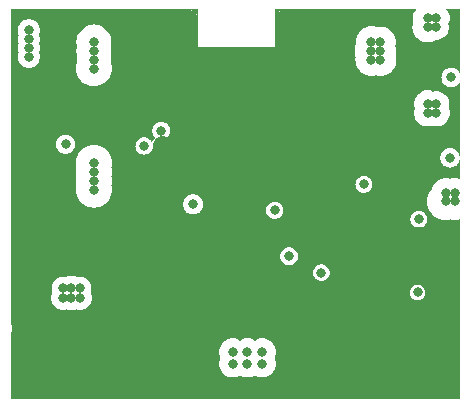
<source format=gbr>
G04 start of page 4 for group 2 idx 2 *
G04 Title: bluenodes actor 52832 19, GND *
G04 Creator: pcb.exe 20130205 *
G04 CreationDate: 10.05.2017 20:52:51 UTC *
G04 Format: Gerber/RS-274X *
G04 PCB-Dimensions (mil): 1496.06 1299.21 *
G04 PCB-Coordinate-Origin: lower left *
%MOIN*%
%FSLAX25Y25*%
%LNGROUP2*%
%ADD236C,0.0118*%
%ADD235C,0.0315*%
%ADD234C,0.0315*%
%ADD233C,0.1417*%
%ADD232C,0.0630*%
%ADD231C,0.0630*%
%ADD230C,0.0001*%
G54D230*G36*
X140203Y61851D02*X140472Y61535D01*
X141217Y60900D01*
X142051Y60389D01*
X142955Y60014D01*
X143906Y59786D01*
X144882Y59709D01*
X145857Y59786D01*
X146569Y59957D01*
X146875Y59883D01*
X147835Y59808D01*
X148795Y59883D01*
X149606Y60078D01*
Y0D01*
X140203D01*
Y61851D01*
G37*
G36*
X146255Y104041D02*X146654Y104009D01*
X147166Y104050D01*
X147665Y104170D01*
X148140Y104366D01*
X148578Y104635D01*
X148969Y104968D01*
X149302Y105359D01*
X149571Y105797D01*
X149606Y105883D01*
Y73401D01*
X149335Y73514D01*
X148594Y73692D01*
X147835Y73751D01*
X147075Y73692D01*
X146358Y73519D01*
X146255Y73544D01*
Y77238D01*
X146260Y77238D01*
X146772Y77278D01*
X147272Y77398D01*
X147746Y77595D01*
X148184Y77863D01*
X148575Y78197D01*
X148909Y78587D01*
X149177Y79025D01*
X149374Y79500D01*
X149494Y80000D01*
X149524Y80512D01*
X149494Y81024D01*
X149374Y81524D01*
X149177Y81998D01*
X148909Y82436D01*
X148575Y82827D01*
X148184Y83161D01*
X147746Y83429D01*
X147272Y83626D01*
X146772Y83746D01*
X146260Y83786D01*
X146255Y83785D01*
Y104041D01*
G37*
G36*
Y129921D02*X149606D01*
Y108684D01*
X149571Y108770D01*
X149302Y109208D01*
X148969Y109599D01*
X148578Y109932D01*
X148140Y110201D01*
X147665Y110397D01*
X147166Y110517D01*
X146654Y110558D01*
X146255Y110526D01*
Y129921D01*
G37*
G36*
X140203Y119179D02*X140340Y119212D01*
X141073Y119515D01*
X141637Y119861D01*
X141732Y119853D01*
X142383Y119904D01*
X143019Y120057D01*
X143622Y120307D01*
X144179Y120648D01*
X144676Y121072D01*
X145100Y121569D01*
X145441Y122126D01*
X145691Y122729D01*
X145844Y123365D01*
X145882Y124016D01*
X145844Y124667D01*
X145751Y125054D01*
X145973Y125591D01*
X146136Y126271D01*
X146177Y126969D01*
X146136Y127666D01*
X145973Y128346D01*
X145705Y128993D01*
X145340Y129589D01*
X145056Y129921D01*
X146255D01*
Y110526D01*
X146141Y110517D01*
X145642Y110397D01*
X145167Y110201D01*
X144729Y109932D01*
X144338Y109599D01*
X144005Y109208D01*
X143736Y108770D01*
X143540Y108295D01*
X143420Y107796D01*
X143380Y107283D01*
X143420Y106771D01*
X143540Y106272D01*
X143736Y105797D01*
X144005Y105359D01*
X144338Y104968D01*
X144729Y104635D01*
X145167Y104366D01*
X145642Y104170D01*
X146141Y104050D01*
X146255Y104041D01*
Y83785D01*
X145748Y83746D01*
X145248Y83626D01*
X144773Y83429D01*
X144335Y83161D01*
X143945Y82827D01*
X143611Y82436D01*
X143343Y81998D01*
X143146Y81524D01*
X143026Y81024D01*
X142986Y80512D01*
X143026Y80000D01*
X143146Y79500D01*
X143343Y79025D01*
X143611Y78587D01*
X143945Y78197D01*
X144335Y77863D01*
X144773Y77595D01*
X145248Y77398D01*
X145748Y77278D01*
X146255Y77238D01*
Y73544D01*
X145641Y73692D01*
X144882Y73751D01*
X144123Y73692D01*
X143382Y73514D01*
X142678Y73222D01*
X142029Y72824D01*
X141450Y72330D01*
X140955Y71751D01*
X140557Y71101D01*
X140266Y70398D01*
X140203Y70135D01*
Y91144D01*
X140383Y91219D01*
X141034Y91062D01*
X141732Y91007D01*
X142431Y91062D01*
X143112Y91226D01*
X143759Y91494D01*
X144357Y91860D01*
X144890Y92315D01*
X145345Y92848D01*
X145711Y93445D01*
X145979Y94093D01*
X146142Y94774D01*
X146184Y95472D01*
X146142Y96171D01*
X145979Y96852D01*
X145821Y97233D01*
X145947Y97758D01*
X145987Y98425D01*
X145947Y99093D01*
X145791Y99744D01*
X145535Y100363D01*
X145185Y100934D01*
X144750Y101443D01*
X144241Y101878D01*
X143670Y102228D01*
X143051Y102484D01*
X142400Y102640D01*
X141732Y102693D01*
X141065Y102640D01*
X140692Y102551D01*
X140203Y102753D01*
Y119179D01*
G37*
G36*
X135823Y92023D02*X136101Y91785D01*
X136710Y91412D01*
X137371Y91138D01*
X138067Y90971D01*
X138780Y90915D01*
X139492Y90971D01*
X140188Y91138D01*
X140203Y91144D01*
Y70135D01*
X140171Y70001D01*
X139837Y69610D01*
X139326Y68776D01*
X138951Y67872D01*
X138723Y66920D01*
X138646Y65945D01*
X138723Y64969D01*
X138951Y64018D01*
X139326Y63114D01*
X139837Y62280D01*
X140203Y61851D01*
Y0D01*
X135823D01*
Y20831D01*
X135827Y20831D01*
X136325Y20870D01*
X136811Y20987D01*
X137273Y21178D01*
X137699Y21439D01*
X138079Y21764D01*
X138403Y22144D01*
X138664Y22570D01*
X138856Y23032D01*
X138972Y23518D01*
X139002Y24016D01*
X138972Y24514D01*
X138856Y25000D01*
X138693Y25394D01*
X138856Y25788D01*
X138972Y26273D01*
X139002Y26772D01*
X138972Y27270D01*
X138856Y27756D01*
X138664Y28218D01*
X138403Y28644D01*
X138079Y29024D01*
X137699Y29348D01*
X137273Y29609D01*
X136811Y29801D01*
X136325Y29917D01*
X135827Y29956D01*
X135823Y29956D01*
Y33078D01*
X135837Y33079D01*
X136231Y33173D01*
X136606Y33329D01*
X136951Y33540D01*
X137259Y33804D01*
X137523Y34112D01*
X137734Y34457D01*
X137890Y34832D01*
X137984Y35226D01*
X138008Y35630D01*
X137984Y36034D01*
X137890Y36428D01*
X137734Y36803D01*
X137523Y37148D01*
X137259Y37456D01*
X136951Y37720D01*
X136606Y37931D01*
X136231Y38086D01*
X135837Y38181D01*
X135823Y38182D01*
Y57259D01*
X135827Y57259D01*
X136262Y57293D01*
X136686Y57395D01*
X137089Y57562D01*
X137461Y57790D01*
X137793Y58073D01*
X138076Y58405D01*
X138304Y58777D01*
X138471Y59180D01*
X138573Y59604D01*
X138599Y60039D01*
X138573Y60474D01*
X138471Y60899D01*
X138304Y61302D01*
X138076Y61674D01*
X137793Y62005D01*
X137461Y62289D01*
X137089Y62517D01*
X136686Y62684D01*
X136262Y62786D01*
X135827Y62820D01*
X135823Y62819D01*
Y92023D01*
G37*
G36*
Y119922D02*X136486Y119515D01*
X137219Y119212D01*
X137989Y119027D01*
X138780Y118965D01*
X139570Y119027D01*
X140203Y119179D01*
Y102753D01*
X140188Y102760D01*
X139492Y102927D01*
X138780Y102983D01*
X138067Y102927D01*
X137371Y102760D01*
X136710Y102486D01*
X136101Y102112D01*
X135823Y101875D01*
Y119922D01*
G37*
G36*
X117515Y129921D02*X134809D01*
X134773Y129879D01*
X134367Y129217D01*
X134069Y128499D01*
X133888Y127743D01*
X133827Y126969D01*
X133888Y126194D01*
X134014Y125669D01*
X133976Y125577D01*
X133791Y124806D01*
X133728Y124016D01*
X133791Y123226D01*
X133976Y122455D01*
X134279Y121723D01*
X134693Y121047D01*
X135208Y120444D01*
X135811Y119929D01*
X135823Y119922D01*
Y101875D01*
X135557Y101648D01*
X135092Y101104D01*
X134719Y100494D01*
X134445Y99834D01*
X134278Y99138D01*
X134222Y98425D01*
X134278Y97712D01*
X134445Y97017D01*
X134473Y96949D01*
X134445Y96881D01*
X134278Y96185D01*
X134222Y95472D01*
X134278Y94759D01*
X134445Y94064D01*
X134719Y93403D01*
X135092Y92794D01*
X135557Y92250D01*
X135823Y92023D01*
Y62819D01*
X135392Y62786D01*
X134968Y62684D01*
X134564Y62517D01*
X134192Y62289D01*
X133861Y62005D01*
X133577Y61674D01*
X133349Y61302D01*
X133182Y60899D01*
X133081Y60474D01*
X133046Y60039D01*
X133081Y59604D01*
X133182Y59180D01*
X133349Y58777D01*
X133577Y58405D01*
X133861Y58073D01*
X134192Y57790D01*
X134564Y57562D01*
X134968Y57395D01*
X135392Y57293D01*
X135823Y57259D01*
Y38182D01*
X135433Y38213D01*
X135029Y38181D01*
X134635Y38086D01*
X134260Y37931D01*
X133915Y37720D01*
X133607Y37456D01*
X133343Y37148D01*
X133132Y36803D01*
X132977Y36428D01*
X132882Y36034D01*
X132850Y35630D01*
X132882Y35226D01*
X132977Y34832D01*
X133132Y34457D01*
X133343Y34112D01*
X133607Y33804D01*
X133915Y33540D01*
X134260Y33329D01*
X134635Y33173D01*
X135029Y33079D01*
X135433Y33047D01*
X135823Y33078D01*
Y29956D01*
X135329Y29917D01*
X134843Y29801D01*
X134576Y29690D01*
X134562Y29699D01*
X134086Y29896D01*
X133585Y30016D01*
X133071Y30057D01*
X132557Y30016D01*
X132056Y29896D01*
X131693Y29746D01*
X131330Y29896D01*
X130829Y30016D01*
X130315Y30057D01*
X129801Y30016D01*
X129300Y29896D01*
X128824Y29699D01*
X128384Y29429D01*
X127992Y29095D01*
X127657Y28703D01*
X127388Y28263D01*
X127191Y27787D01*
X127070Y27286D01*
X127030Y26772D01*
X127070Y26258D01*
X127191Y25757D01*
X127388Y25280D01*
X127396Y25266D01*
X127286Y25000D01*
X127169Y24514D01*
X127130Y24016D01*
X127169Y23518D01*
X127286Y23032D01*
X127477Y22570D01*
X127738Y22144D01*
X128063Y21764D01*
X128443Y21439D01*
X128869Y21178D01*
X129331Y20987D01*
X129817Y20870D01*
X130315Y20831D01*
X130813Y20870D01*
X131299Y20987D01*
X131693Y21150D01*
X132087Y20987D01*
X132573Y20870D01*
X133071Y20831D01*
X133569Y20870D01*
X134055Y20987D01*
X134449Y21150D01*
X134843Y20987D01*
X135329Y20870D01*
X135823Y20831D01*
Y0D01*
X117515D01*
Y68873D01*
X117520Y68873D01*
X117955Y68907D01*
X118379Y69009D01*
X118782Y69176D01*
X119154Y69404D01*
X119486Y69688D01*
X119769Y70019D01*
X119997Y70391D01*
X120164Y70794D01*
X120266Y71219D01*
X120292Y71654D01*
X120266Y72088D01*
X120164Y72513D01*
X119997Y72916D01*
X119769Y73288D01*
X119486Y73620D01*
X119154Y73903D01*
X118782Y74131D01*
X118379Y74298D01*
X117955Y74400D01*
X117520Y74434D01*
X117515Y74434D01*
Y108508D01*
X117651Y108424D01*
X118426Y108103D01*
X119242Y107907D01*
X120079Y107842D01*
X120915Y107907D01*
X121555Y108061D01*
X122195Y107907D01*
X123031Y107842D01*
X123868Y107907D01*
X124684Y108103D01*
X125459Y108424D01*
X126175Y108863D01*
X126813Y109408D01*
X127358Y110046D01*
X127796Y110761D01*
X128117Y111537D01*
X128313Y112352D01*
X128362Y113189D01*
X128313Y114025D01*
X128117Y114841D01*
X128107Y114867D01*
X128215Y115321D01*
X128264Y116142D01*
X128215Y116963D01*
X128023Y117764D01*
X128003Y117812D01*
X128118Y118289D01*
X128166Y119094D01*
X128118Y119900D01*
X127929Y120686D01*
X127620Y121432D01*
X127198Y122122D01*
X126673Y122736D01*
X126059Y123261D01*
X125369Y123683D01*
X124623Y123992D01*
X123837Y124181D01*
X123031Y124244D01*
X122226Y124181D01*
X121749Y124066D01*
X121701Y124086D01*
X120900Y124278D01*
X120079Y124343D01*
X119258Y124278D01*
X118457Y124086D01*
X117696Y123771D01*
X117515Y123660D01*
Y129921D01*
G37*
G36*
X103382D02*X117515D01*
Y123660D01*
X116994Y123341D01*
X116367Y122806D01*
X115833Y122180D01*
X115402Y121477D01*
X115087Y120716D01*
X114895Y119916D01*
X114830Y119094D01*
X114891Y118320D01*
X114711Y117886D01*
X114505Y117025D01*
X114435Y116142D01*
X114505Y115259D01*
X114711Y114398D01*
X114822Y114130D01*
X114797Y114025D01*
X114731Y113189D01*
X114797Y112352D01*
X114993Y111537D01*
X115314Y110761D01*
X115753Y110046D01*
X116298Y109408D01*
X116936Y108863D01*
X117515Y108508D01*
Y74434D01*
X117085Y74400D01*
X116660Y74298D01*
X116257Y74131D01*
X115885Y73903D01*
X115554Y73620D01*
X115270Y73288D01*
X115042Y72916D01*
X114875Y72513D01*
X114774Y72088D01*
X114739Y71654D01*
X114774Y71219D01*
X114875Y70794D01*
X115042Y70391D01*
X115270Y70019D01*
X115554Y69688D01*
X115885Y69404D01*
X116257Y69176D01*
X116660Y69009D01*
X117085Y68907D01*
X117515Y68873D01*
Y0D01*
X103382D01*
Y39461D01*
X103386Y39461D01*
X103821Y39495D01*
X104246Y39597D01*
X104650Y39764D01*
X105022Y39992D01*
X105354Y40276D01*
X105638Y40608D01*
X105866Y40980D01*
X106033Y41384D01*
X106135Y41809D01*
X106161Y42244D01*
X106135Y42680D01*
X106033Y43104D01*
X105866Y43508D01*
X105638Y43880D01*
X105354Y44212D01*
X105022Y44496D01*
X104650Y44724D01*
X104246Y44891D01*
X103821Y44993D01*
X103386Y45028D01*
X103382Y45027D01*
Y55392D01*
X103766Y55422D01*
X104175Y55520D01*
X104564Y55681D01*
X104923Y55901D01*
X105243Y56175D01*
X105315Y56259D01*
X105387Y56175D01*
X105707Y55901D01*
X106066Y55681D01*
X106455Y55520D01*
X106864Y55422D01*
X107283Y55389D01*
X107703Y55422D01*
X108112Y55520D01*
X108501Y55681D01*
X108860Y55901D01*
X109180Y56175D01*
X109453Y56495D01*
X109673Y56853D01*
X109834Y57242D01*
X109932Y57651D01*
X109957Y58071D01*
X109932Y58490D01*
X109834Y58900D01*
X109673Y59288D01*
X109453Y59647D01*
X109180Y59967D01*
X109095Y60039D01*
X109180Y60112D01*
X109453Y60432D01*
X109673Y60790D01*
X109834Y61179D01*
X109932Y61588D01*
X109957Y62008D01*
X109932Y62427D01*
X109834Y62837D01*
X109673Y63225D01*
X109453Y63584D01*
X109180Y63904D01*
X109095Y63976D01*
X109180Y64049D01*
X109453Y64369D01*
X109673Y64727D01*
X109834Y65116D01*
X109932Y65525D01*
X109957Y65945D01*
X109932Y66364D01*
X109834Y66774D01*
X109673Y67162D01*
X109453Y67521D01*
X109180Y67841D01*
X108860Y68114D01*
X108501Y68334D01*
X108112Y68495D01*
X107703Y68594D01*
X107283Y68627D01*
X106864Y68594D01*
X106455Y68495D01*
X106066Y68334D01*
X105707Y68114D01*
X105387Y67841D01*
X105315Y67756D01*
X105243Y67841D01*
X104923Y68114D01*
X104564Y68334D01*
X104175Y68495D01*
X103766Y68594D01*
X103382Y68624D01*
Y124672D01*
X103526Y124761D01*
X103834Y125024D01*
X104098Y125332D01*
X104309Y125678D01*
X104464Y126052D01*
X104559Y126446D01*
X104583Y126850D01*
X104559Y127254D01*
X104464Y127649D01*
X104309Y128023D01*
X104098Y128369D01*
X103834Y128677D01*
X103526Y128940D01*
X103382Y129029D01*
Y129921D01*
G37*
G36*
X96374D02*X103382D01*
Y129029D01*
X103181Y129152D01*
X102806Y129307D01*
X102412Y129402D01*
X102008Y129433D01*
X101604Y129402D01*
X101210Y129307D01*
X100835Y129152D01*
X100490Y128940D01*
X100181Y128677D01*
X99918Y128369D01*
X99706Y128023D01*
X99551Y127649D01*
X99457Y127254D01*
X99425Y126850D01*
X99457Y126446D01*
X99551Y126052D01*
X99706Y125678D01*
X99918Y125332D01*
X100181Y125024D01*
X100490Y124761D01*
X100835Y124549D01*
X101210Y124394D01*
X101604Y124299D01*
X102008Y124267D01*
X102412Y124299D01*
X102806Y124394D01*
X103181Y124549D01*
X103382Y124672D01*
Y68624D01*
X103346Y68627D01*
X102927Y68594D01*
X102518Y68495D01*
X102129Y68334D01*
X101770Y68114D01*
X101450Y67841D01*
X101378Y67756D01*
X101306Y67841D01*
X100986Y68114D01*
X100627Y68334D01*
X100238Y68495D01*
X99829Y68594D01*
X99409Y68627D01*
X98990Y68594D01*
X98581Y68495D01*
X98192Y68334D01*
X97833Y68114D01*
X97513Y67841D01*
X97240Y67521D01*
X97020Y67162D01*
X96859Y66774D01*
X96761Y66364D01*
X96728Y65945D01*
X96761Y65525D01*
X96859Y65116D01*
X97020Y64727D01*
X97240Y64369D01*
X97513Y64049D01*
X97598Y63976D01*
X97513Y63904D01*
X97240Y63584D01*
X97020Y63225D01*
X96859Y62837D01*
X96761Y62427D01*
X96728Y62008D01*
X96761Y61588D01*
X96859Y61179D01*
X97020Y60790D01*
X97240Y60432D01*
X97513Y60112D01*
X97598Y60039D01*
X97513Y59967D01*
X97240Y59647D01*
X97020Y59288D01*
X96859Y58900D01*
X96761Y58490D01*
X96728Y58071D01*
X96761Y57651D01*
X96859Y57242D01*
X97020Y56853D01*
X97240Y56495D01*
X97513Y56175D01*
X97833Y55901D01*
X98192Y55681D01*
X98581Y55520D01*
X98990Y55422D01*
X99409Y55389D01*
X99829Y55422D01*
X100238Y55520D01*
X100627Y55681D01*
X100986Y55901D01*
X101306Y56175D01*
X101378Y56259D01*
X101450Y56175D01*
X101770Y55901D01*
X102129Y55681D01*
X102518Y55520D01*
X102927Y55422D01*
X103346Y55389D01*
X103382Y55392D01*
Y45027D01*
X102950Y44993D01*
X102526Y44891D01*
X102122Y44724D01*
X101750Y44496D01*
X101418Y44212D01*
X101134Y43880D01*
X100906Y43508D01*
X100739Y43104D01*
X100637Y42680D01*
X100602Y42244D01*
X100637Y41809D01*
X100739Y41384D01*
X100906Y40980D01*
X101134Y40608D01*
X101418Y40276D01*
X101750Y39992D01*
X102122Y39764D01*
X102526Y39597D01*
X102950Y39495D01*
X103382Y39461D01*
Y0D01*
X96374D01*
Y124386D01*
X96378Y124386D01*
X96782Y124417D01*
X97176Y124512D01*
X97551Y124667D01*
X97896Y124879D01*
X98204Y125142D01*
X98468Y125450D01*
X98679Y125796D01*
X98834Y126170D01*
X98929Y126564D01*
X98953Y126969D01*
X98929Y127373D01*
X98834Y127767D01*
X98679Y128141D01*
X98468Y128487D01*
X98204Y128795D01*
X97896Y129058D01*
X97551Y129270D01*
X97176Y129425D01*
X96782Y129520D01*
X96378Y129551D01*
X96374Y129551D01*
Y129921D01*
G37*
G36*
X92633D02*X96374D01*
Y129551D01*
X95974Y129520D01*
X95580Y129425D01*
X95205Y129270D01*
X94860Y129058D01*
X94552Y128795D01*
X94288Y128487D01*
X94077Y128141D01*
X93921Y127767D01*
X93827Y127373D01*
X93795Y126969D01*
X93827Y126564D01*
X93921Y126170D01*
X94077Y125796D01*
X94288Y125450D01*
X94552Y125142D01*
X94860Y124879D01*
X95205Y124667D01*
X95580Y124512D01*
X95974Y124417D01*
X96374Y124386D01*
Y0D01*
X92633D01*
Y44700D01*
X92638Y44699D01*
X93104Y44736D01*
X93558Y44845D01*
X93990Y45024D01*
X94388Y45268D01*
X94743Y45572D01*
X95047Y45927D01*
X95291Y46325D01*
X95470Y46757D01*
X95579Y47211D01*
X95606Y47677D01*
X95579Y48143D01*
X95470Y48597D01*
X95291Y49029D01*
X95047Y49428D01*
X94743Y49783D01*
X94388Y50086D01*
X93990Y50330D01*
X93558Y50509D01*
X93104Y50618D01*
X92638Y50655D01*
X92633Y50655D01*
Y125441D01*
X92641Y125450D01*
X92853Y125796D01*
X93008Y126170D01*
X93102Y126564D01*
X93126Y126969D01*
X93102Y127373D01*
X93008Y127767D01*
X92853Y128141D01*
X92641Y128487D01*
X92633Y128496D01*
Y129921D01*
G37*
G36*
X87791Y117323D02*X87795D01*
Y129921D01*
X92633D01*
Y128496D01*
X92378Y128795D01*
X92069Y129058D01*
X91724Y129270D01*
X91349Y129425D01*
X90955Y129520D01*
X90551Y129551D01*
X90147Y129520D01*
X89753Y129425D01*
X89379Y129270D01*
X89033Y129058D01*
X88725Y128795D01*
X88462Y128487D01*
X88250Y128141D01*
X88095Y127767D01*
X88000Y127373D01*
X87968Y126969D01*
X88000Y126564D01*
X88095Y126170D01*
X88250Y125796D01*
X88462Y125450D01*
X88725Y125142D01*
X89033Y124879D01*
X89379Y124667D01*
X89753Y124512D01*
X90147Y124417D01*
X90551Y124386D01*
X90955Y124417D01*
X91349Y124512D01*
X91724Y124667D01*
X92069Y124879D01*
X92378Y125142D01*
X92633Y125441D01*
Y50655D01*
X92172Y50618D01*
X91718Y50509D01*
X91286Y50330D01*
X90887Y50086D01*
X90532Y49783D01*
X90229Y49428D01*
X89985Y49029D01*
X89806Y48597D01*
X89697Y48143D01*
X89660Y47677D01*
X89697Y47211D01*
X89806Y46757D01*
X89985Y46325D01*
X90229Y45927D01*
X90532Y45572D01*
X90887Y45268D01*
X91286Y45024D01*
X91718Y44845D01*
X92172Y44736D01*
X92633Y44700D01*
Y0D01*
X87791D01*
Y9908D01*
X87996Y10403D01*
X88163Y11098D01*
X88205Y11811D01*
X88163Y12524D01*
X87996Y13219D01*
X87791Y13714D01*
Y13845D01*
X87996Y14340D01*
X88163Y15035D01*
X88205Y15748D01*
X88163Y16461D01*
X87996Y17156D01*
X87791Y17651D01*
Y60109D01*
X87795Y60108D01*
X88246Y60144D01*
X88686Y60249D01*
X89105Y60423D01*
X89490Y60659D01*
X89834Y60953D01*
X90128Y61297D01*
X90365Y61683D01*
X90538Y62101D01*
X90644Y62541D01*
X90670Y62992D01*
X90644Y63443D01*
X90538Y63883D01*
X90365Y64301D01*
X90128Y64687D01*
X89834Y65031D01*
X89490Y65325D01*
X89105Y65562D01*
X88686Y65735D01*
X88246Y65840D01*
X87795Y65876D01*
X87791Y65876D01*
Y117323D01*
G37*
G36*
Y13714D02*X87764Y13780D01*
X87791Y13845D01*
Y13714D01*
G37*
G36*
X60625Y129921D02*X62205D01*
Y117323D01*
X87791D01*
Y65876D01*
X87344Y65840D01*
X86904Y65735D01*
X86486Y65562D01*
X86100Y65325D01*
X85756Y65031D01*
X85462Y64687D01*
X85226Y64301D01*
X85053Y63883D01*
X84947Y63443D01*
X84911Y62992D01*
X84947Y62541D01*
X85053Y62101D01*
X85226Y61683D01*
X85462Y61297D01*
X85756Y60953D01*
X86100Y60659D01*
X86486Y60423D01*
X86904Y60249D01*
X87344Y60144D01*
X87791Y60109D01*
Y17651D01*
X87722Y17817D01*
X87349Y18427D01*
X86884Y18971D01*
X86340Y19435D01*
X85730Y19809D01*
X85070Y20082D01*
X84374Y20249D01*
X83661Y20306D01*
X82948Y20249D01*
X82253Y20082D01*
X81592Y19809D01*
X81201Y19569D01*
X80809Y19809D01*
X80149Y20082D01*
X79453Y20249D01*
X78740Y20306D01*
X78027Y20249D01*
X77332Y20082D01*
X76671Y19809D01*
X76280Y19569D01*
X75888Y19809D01*
X75227Y20082D01*
X74532Y20249D01*
X73819Y20306D01*
X73106Y20249D01*
X72411Y20082D01*
X71750Y19809D01*
X71140Y19435D01*
X70596Y18971D01*
X70132Y18427D01*
X69758Y17817D01*
X69484Y17156D01*
X69317Y16461D01*
X69261Y15748D01*
X69317Y15035D01*
X69484Y14340D01*
X69716Y13780D01*
X69484Y13219D01*
X69317Y12524D01*
X69261Y11811D01*
X69317Y11098D01*
X69484Y10403D01*
X69758Y9742D01*
X70132Y9132D01*
X70596Y8588D01*
X71140Y8124D01*
X71750Y7750D01*
X72411Y7477D01*
X73106Y7310D01*
X73819Y7254D01*
X74532Y7310D01*
X75227Y7477D01*
X75888Y7750D01*
X76280Y7990D01*
X76671Y7750D01*
X77332Y7477D01*
X78027Y7310D01*
X78740Y7254D01*
X79453Y7310D01*
X80149Y7477D01*
X80809Y7750D01*
X81201Y7990D01*
X81592Y7750D01*
X82253Y7477D01*
X82948Y7310D01*
X83661Y7254D01*
X84374Y7310D01*
X85070Y7477D01*
X85730Y7750D01*
X86340Y8124D01*
X86884Y8588D01*
X87349Y9132D01*
X87722Y9742D01*
X87791Y9908D01*
Y0D01*
X60625D01*
Y61588D01*
X60630Y61588D01*
X61158Y61629D01*
X61672Y61753D01*
X62161Y61955D01*
X62612Y62232D01*
X63015Y62576D01*
X63359Y62978D01*
X63635Y63429D01*
X63838Y63918D01*
X63961Y64433D01*
X63992Y64961D01*
X63961Y65488D01*
X63838Y66003D01*
X63635Y66492D01*
X63359Y66943D01*
X63015Y67346D01*
X62612Y67689D01*
X62161Y67966D01*
X61672Y68168D01*
X61158Y68292D01*
X60630Y68333D01*
X60625Y68333D01*
Y124383D01*
X60908Y124557D01*
X61252Y124851D01*
X61546Y125195D01*
X61782Y125581D01*
X61955Y125999D01*
X62061Y126439D01*
X62088Y126890D01*
X62061Y127341D01*
X61955Y127781D01*
X61782Y128199D01*
X61546Y128585D01*
X61252Y128929D01*
X60908Y129223D01*
X60625Y129396D01*
Y129921D01*
G37*
G36*
X52988D02*X60625D01*
Y129396D01*
X60522Y129459D01*
X60104Y129632D01*
X59664Y129738D01*
X59213Y129774D01*
X58761Y129738D01*
X58321Y129632D01*
X57903Y129459D01*
X57518Y129223D01*
X57173Y128929D01*
X56879Y128585D01*
X56643Y128199D01*
X56470Y127781D01*
X56364Y127341D01*
X56329Y126890D01*
X56364Y126439D01*
X56470Y125999D01*
X56643Y125581D01*
X56879Y125195D01*
X57173Y124851D01*
X57518Y124557D01*
X57903Y124320D01*
X58321Y124147D01*
X58761Y124041D01*
X59213Y124006D01*
X59664Y124041D01*
X60104Y124147D01*
X60522Y124320D01*
X60625Y124383D01*
Y68333D01*
X60102Y68292D01*
X59588Y68168D01*
X59099Y67966D01*
X58647Y67689D01*
X58245Y67346D01*
X57901Y66943D01*
X57625Y66492D01*
X57422Y66003D01*
X57299Y65488D01*
X57257Y64961D01*
X57299Y64433D01*
X57422Y63918D01*
X57625Y63429D01*
X57901Y62978D01*
X58245Y62576D01*
X58647Y62232D01*
X59099Y61955D01*
X59588Y61753D01*
X60102Y61629D01*
X60625Y61588D01*
Y0D01*
X52988D01*
Y83595D01*
X53099Y83861D01*
X53215Y84346D01*
X53244Y84843D01*
X53215Y85339D01*
X53099Y85824D01*
X52988Y86090D01*
Y124307D01*
X52992Y124307D01*
X53396Y124339D01*
X53790Y124433D01*
X54165Y124588D01*
X54510Y124800D01*
X54819Y125063D01*
X55082Y125372D01*
X55294Y125717D01*
X55449Y126092D01*
X55543Y126486D01*
X55567Y126890D01*
X55543Y127294D01*
X55449Y127688D01*
X55294Y128062D01*
X55082Y128408D01*
X54819Y128716D01*
X54510Y128979D01*
X54165Y129191D01*
X53790Y129346D01*
X53396Y129441D01*
X52992Y129473D01*
X52988Y129472D01*
Y129921D01*
G37*
G36*
X46531Y82652D02*X46621Y82757D01*
X46857Y83142D01*
X47030Y83559D01*
X47086Y83795D01*
X47250Y83401D01*
X47510Y82976D01*
X47833Y82597D01*
X48212Y82274D01*
X48637Y82013D01*
X49098Y81823D01*
X49582Y81706D01*
X50079Y81667D01*
X50575Y81706D01*
X51060Y81823D01*
X51520Y82013D01*
X51945Y82274D01*
X52324Y82597D01*
X52648Y82976D01*
X52908Y83401D01*
X52988Y83595D01*
Y0D01*
X46531D01*
Y82652D01*
G37*
G36*
Y129921D02*X52988D01*
Y129472D01*
X52588Y129441D01*
X52194Y129346D01*
X51819Y129191D01*
X51474Y128979D01*
X51166Y128716D01*
X50902Y128408D01*
X50691Y128062D01*
X50536Y127688D01*
X50441Y127294D01*
X50409Y126890D01*
X50441Y126486D01*
X50536Y126092D01*
X50691Y125717D01*
X50902Y125372D01*
X51166Y125063D01*
X51474Y124800D01*
X51819Y124588D01*
X52194Y124433D01*
X52588Y124339D01*
X52988Y124307D01*
Y86090D01*
X52908Y86284D01*
X52648Y86709D01*
X52324Y87088D01*
X51996Y87368D01*
X52106Y87461D01*
X52409Y87817D01*
X52653Y88215D01*
X52832Y88647D01*
X52941Y89101D01*
X52969Y89567D01*
X52941Y90033D01*
X52832Y90487D01*
X52653Y90919D01*
X52409Y91317D01*
X52106Y91673D01*
X51750Y91976D01*
X51352Y92220D01*
X50920Y92399D01*
X50466Y92508D01*
X50000Y92545D01*
X49534Y92508D01*
X49080Y92399D01*
X48648Y92220D01*
X48250Y91976D01*
X47894Y91673D01*
X47591Y91317D01*
X47347Y90919D01*
X47168Y90487D01*
X47059Y90033D01*
X47022Y89567D01*
X47059Y89101D01*
X47168Y88647D01*
X47347Y88215D01*
X47591Y87817D01*
X47894Y87461D01*
X48083Y87301D01*
X47833Y87088D01*
X47510Y86709D01*
X47250Y86284D01*
X47059Y85824D01*
X46974Y85472D01*
X46857Y85756D01*
X46621Y86141D01*
X46531Y86245D01*
Y124386D01*
X46535Y124386D01*
X46939Y124417D01*
X47334Y124512D01*
X47708Y124667D01*
X48054Y124879D01*
X48362Y125142D01*
X48625Y125450D01*
X48837Y125796D01*
X48992Y126170D01*
X49087Y126564D01*
X49110Y126969D01*
X49087Y127373D01*
X48992Y127767D01*
X48837Y128141D01*
X48625Y128487D01*
X48362Y128795D01*
X48054Y129058D01*
X47708Y129270D01*
X47334Y129425D01*
X46939Y129520D01*
X46535Y129551D01*
X46531Y129551D01*
Y129921D01*
G37*
G36*
X27550D02*X46531D01*
Y129551D01*
X46131Y129520D01*
X45737Y129425D01*
X45363Y129270D01*
X45017Y129058D01*
X44709Y128795D01*
X44446Y128487D01*
X44234Y128141D01*
X44079Y127767D01*
X43984Y127373D01*
X43952Y126969D01*
X43984Y126564D01*
X44079Y126170D01*
X44234Y125796D01*
X44446Y125450D01*
X44709Y125142D01*
X45017Y124879D01*
X45363Y124667D01*
X45737Y124512D01*
X46131Y124417D01*
X46531Y124386D01*
Y86245D01*
X46327Y86485D01*
X45984Y86778D01*
X45598Y87014D01*
X45181Y87187D01*
X44742Y87293D01*
X44291Y87328D01*
X43841Y87293D01*
X43402Y87187D01*
X42984Y87014D01*
X42599Y86778D01*
X42255Y86485D01*
X41962Y86141D01*
X41726Y85756D01*
X41553Y85339D01*
X41448Y84899D01*
X41412Y84449D01*
X41448Y83998D01*
X41553Y83559D01*
X41726Y83142D01*
X41962Y82757D01*
X42255Y82413D01*
X42599Y82120D01*
X42984Y81883D01*
X43402Y81711D01*
X43841Y81605D01*
X44291Y81570D01*
X44742Y81605D01*
X45181Y81711D01*
X45598Y81883D01*
X45984Y82120D01*
X46327Y82413D01*
X46531Y82652D01*
Y0D01*
X27550D01*
Y63844D01*
X27559Y63844D01*
X28504Y63918D01*
X29425Y64139D01*
X30300Y64502D01*
X31108Y64997D01*
X31829Y65612D01*
X32444Y66333D01*
X32939Y67141D01*
X33302Y68016D01*
X33523Y68937D01*
X33579Y69882D01*
X33523Y70826D01*
X33395Y71358D01*
X33523Y71890D01*
X33579Y72835D01*
X33523Y73779D01*
X33395Y74311D01*
X33523Y74843D01*
X33579Y75787D01*
X33523Y76732D01*
X33395Y77264D01*
X33523Y77796D01*
X33579Y78740D01*
X33523Y79685D01*
X33302Y80606D01*
X32939Y81481D01*
X32444Y82289D01*
X31829Y83010D01*
X31108Y83625D01*
X30300Y84120D01*
X29425Y84483D01*
X28504Y84704D01*
X27559Y84778D01*
X27550Y84778D01*
Y104297D01*
X27559Y104297D01*
X28488Y104370D01*
X29394Y104587D01*
X30256Y104944D01*
X31050Y105431D01*
X31759Y106036D01*
X32364Y106745D01*
X32851Y107540D01*
X33208Y108401D01*
X33425Y109307D01*
X33480Y110236D01*
X33425Y111165D01*
X33208Y112072D01*
X33189Y112118D01*
X33230Y112291D01*
X33283Y113189D01*
X33230Y114087D01*
X33142Y114455D01*
X33328Y115228D01*
X33382Y116142D01*
X33328Y117055D01*
X33193Y117618D01*
X33328Y118181D01*
X33382Y119094D01*
X33328Y120008D01*
X33114Y120899D01*
X32763Y121746D01*
X32284Y122528D01*
X31689Y123225D01*
X30992Y123820D01*
X30211Y124299D01*
X29364Y124649D01*
X28473Y124863D01*
X27559Y124935D01*
X27550Y124935D01*
Y129921D01*
G37*
G36*
X20072D02*X27550D01*
Y124935D01*
X26645Y124863D01*
X25754Y124649D01*
X24907Y124299D01*
X24126Y123820D01*
X23429Y123225D01*
X22834Y122528D01*
X22355Y121746D01*
X22004Y120899D01*
X21790Y120008D01*
X21718Y119094D01*
X21790Y118181D01*
X21925Y117618D01*
X21790Y117055D01*
X21718Y116142D01*
X21790Y115228D01*
X21976Y114455D01*
X21888Y114087D01*
X21817Y113189D01*
X21888Y112291D01*
X21929Y112118D01*
X21910Y112072D01*
X21693Y111165D01*
X21620Y110236D01*
X21693Y109307D01*
X21910Y108401D01*
X22267Y107540D01*
X22754Y106745D01*
X23359Y106036D01*
X24068Y105431D01*
X24863Y104944D01*
X25724Y104587D01*
X26630Y104370D01*
X27550Y104297D01*
Y84778D01*
X26614Y84704D01*
X25693Y84483D01*
X24818Y84120D01*
X24010Y83625D01*
X23289Y83010D01*
X22674Y82289D01*
X22179Y81481D01*
X21816Y80606D01*
X21595Y79685D01*
X21521Y78740D01*
X21595Y77796D01*
X21723Y77264D01*
X21595Y76732D01*
X21521Y75787D01*
X21595Y74843D01*
X21723Y74311D01*
X21595Y73779D01*
X21521Y72835D01*
X21595Y71890D01*
X21723Y71358D01*
X21595Y70826D01*
X21521Y69882D01*
X21595Y68937D01*
X21816Y68016D01*
X22179Y67141D01*
X22674Y66333D01*
X23289Y65612D01*
X24010Y64997D01*
X24818Y64502D01*
X25693Y64139D01*
X26614Y63918D01*
X27550Y63844D01*
Y0D01*
X20072D01*
Y29671D01*
X20079Y29670D01*
X20734Y29722D01*
X21373Y29875D01*
X21592Y29966D01*
X22195Y29821D01*
X22835Y29771D01*
X23474Y29821D01*
X24098Y29971D01*
X24690Y30216D01*
X25237Y30551D01*
X25725Y30968D01*
X26142Y31456D01*
X26477Y32003D01*
X26722Y32595D01*
X26872Y33219D01*
X26910Y33858D01*
X26872Y34498D01*
X26722Y35121D01*
X26485Y35694D01*
X26531Y35807D01*
X26674Y36400D01*
X26710Y37008D01*
X26674Y37616D01*
X26531Y38209D01*
X26298Y38773D01*
X25979Y39293D01*
X25583Y39756D01*
X25119Y40152D01*
X24599Y40471D01*
X24036Y40705D01*
X23443Y40847D01*
X22835Y40895D01*
X22227Y40847D01*
X21906Y40770D01*
X21373Y40991D01*
X20734Y41144D01*
X20079Y41196D01*
X20072Y41195D01*
Y82540D01*
X20362Y82787D01*
X20687Y83167D01*
X20948Y83594D01*
X21139Y84055D01*
X21256Y84541D01*
X21285Y85039D01*
X21256Y85538D01*
X21139Y86024D01*
X20948Y86485D01*
X20687Y86911D01*
X20362Y87291D01*
X20072Y87539D01*
Y129921D01*
G37*
G36*
X5900Y20638D02*X5906Y20638D01*
X6372Y20675D01*
X6828Y20784D01*
X7260Y20963D01*
X7382Y21038D01*
X7503Y20963D01*
X7936Y20784D01*
X8391Y20675D01*
X8858Y20638D01*
X9325Y20675D01*
X9780Y20784D01*
X10213Y20963D01*
X10612Y21208D01*
X10968Y21512D01*
X11273Y21868D01*
X11517Y22267D01*
X11696Y22700D01*
X11806Y23155D01*
X11833Y23622D01*
X11806Y24089D01*
X11696Y24544D01*
X11517Y24977D01*
X11443Y25098D01*
X11517Y25220D01*
X11696Y25653D01*
X11806Y26108D01*
X11833Y26575D01*
X11806Y27042D01*
X11696Y27497D01*
X11517Y27930D01*
X11273Y28329D01*
X10968Y28685D01*
X10612Y28989D01*
X10213Y29234D01*
X9780Y29413D01*
X9325Y29522D01*
X8858Y29559D01*
X8391Y29522D01*
X7936Y29413D01*
X7503Y29234D01*
X7286Y29101D01*
X7215Y29144D01*
X6797Y29318D01*
X6357Y29423D01*
X5906Y29459D01*
X5900Y29458D01*
Y110505D01*
X5906Y110504D01*
X6479Y110549D01*
X7039Y110684D01*
X7571Y110904D01*
X8062Y111205D01*
X8500Y111579D01*
X8874Y112017D01*
X9175Y112508D01*
X9395Y113039D01*
X9529Y113599D01*
X9563Y114173D01*
X9529Y114747D01*
X9395Y115307D01*
X9253Y115650D01*
X9395Y115992D01*
X9529Y116552D01*
X9563Y117126D01*
X9529Y117700D01*
X9395Y118260D01*
X9253Y118602D01*
X9395Y118945D01*
X9529Y119505D01*
X9563Y120079D01*
X9529Y120653D01*
X9395Y121213D01*
X9253Y121555D01*
X9395Y121898D01*
X9529Y122458D01*
X9563Y123031D01*
X9529Y123605D01*
X9395Y124165D01*
X9175Y124697D01*
X8874Y125188D01*
X8500Y125626D01*
X8062Y126000D01*
X7571Y126301D01*
X7039Y126521D01*
X6479Y126655D01*
X5906Y126700D01*
X5900Y126700D01*
Y129921D01*
X20072D01*
Y87539D01*
X19982Y87616D01*
X19556Y87877D01*
X19094Y88068D01*
X18608Y88185D01*
X18110Y88224D01*
X17612Y88185D01*
X17126Y88068D01*
X16664Y87877D01*
X16238Y87616D01*
X15858Y87291D01*
X15534Y86911D01*
X15273Y86485D01*
X15081Y86024D01*
X14965Y85538D01*
X14925Y85039D01*
X14965Y84541D01*
X15081Y84055D01*
X15273Y83594D01*
X15534Y83167D01*
X15858Y82787D01*
X16238Y82463D01*
X16664Y82202D01*
X17126Y82010D01*
X17612Y81894D01*
X18110Y81855D01*
X18608Y81894D01*
X19094Y82010D01*
X19556Y82202D01*
X19982Y82463D01*
X20072Y82540D01*
Y41195D01*
X19424Y41144D01*
X18785Y40991D01*
X18252Y40770D01*
X17931Y40847D01*
X17323Y40895D01*
X16715Y40847D01*
X16122Y40705D01*
X15558Y40471D01*
X15038Y40152D01*
X14574Y39756D01*
X14178Y39293D01*
X13860Y38773D01*
X13626Y38209D01*
X13484Y37616D01*
X13436Y37008D01*
X13484Y36400D01*
X13626Y35807D01*
X13673Y35694D01*
X13435Y35121D01*
X13286Y34498D01*
X13235Y33858D01*
X13286Y33219D01*
X13435Y32595D01*
X13681Y32003D01*
X14016Y31456D01*
X14432Y30968D01*
X14920Y30551D01*
X15467Y30216D01*
X16060Y29971D01*
X16683Y29821D01*
X17323Y29771D01*
X17962Y29821D01*
X18566Y29966D01*
X18785Y29875D01*
X19424Y29722D01*
X20072Y29671D01*
Y0D01*
X5900D01*
Y20638D01*
G37*
G36*
Y29458D02*X5454Y29423D01*
X5014Y29318D01*
X4596Y29144D01*
X4333Y28983D01*
X4216Y29055D01*
X3813Y29222D01*
X3388Y29324D01*
X2953Y29358D01*
X2517Y29324D01*
X2093Y29222D01*
X1689Y29055D01*
X1317Y28827D01*
X984Y28543D01*
X701Y28211D01*
X473Y27839D01*
X305Y27435D01*
X203Y27010D01*
X169Y26575D01*
X203Y26139D01*
X305Y25715D01*
X436Y25400D01*
X204Y25022D01*
X19Y24575D01*
X0Y24495D01*
Y129921D01*
X5900D01*
Y126700D01*
X5332Y126655D01*
X4772Y126521D01*
X4240Y126301D01*
X3749Y126000D01*
X3311Y125626D01*
X2937Y125188D01*
X2636Y124697D01*
X2416Y124165D01*
X2282Y123605D01*
X2237Y123031D01*
X2282Y122458D01*
X2416Y121898D01*
X2558Y121555D01*
X2416Y121213D01*
X2282Y120653D01*
X2237Y120079D01*
X2282Y119505D01*
X2416Y118945D01*
X2558Y118602D01*
X2416Y118260D01*
X2282Y117700D01*
X2237Y117126D01*
X2282Y116552D01*
X2416Y115992D01*
X2558Y115650D01*
X2416Y115307D01*
X2282Y114747D01*
X2237Y114173D01*
X2282Y113599D01*
X2416Y113039D01*
X2636Y112508D01*
X2937Y112017D01*
X3311Y111579D01*
X3749Y111205D01*
X4240Y110904D01*
X4772Y110684D01*
X5332Y110549D01*
X5900Y110505D01*
Y29458D01*
G37*
G36*
X0Y0D02*Y22749D01*
X19Y22669D01*
X204Y22222D01*
X457Y21809D01*
X772Y21441D01*
X1140Y21127D01*
X1552Y20874D01*
X2000Y20689D01*
X2470Y20576D01*
X2953Y20538D01*
X3435Y20576D01*
X3906Y20689D01*
X4353Y20874D01*
X4525Y20979D01*
X4551Y20963D01*
X4983Y20784D01*
X5439Y20675D01*
X5900Y20638D01*
Y0D01*
X0D01*
G37*
G54D231*X127559Y23622D02*X137008D01*
X125591Y27559D02*X137795D01*
X99409Y66929D02*Y57087D01*
X103346Y65945D02*Y57087D01*
X107283Y65945D02*Y57087D01*
X46850Y65354D02*Y66339D01*
X36417Y25591D02*X48228D01*
X50118Y84843D02*Y83858D01*
G54D232*X44882Y126693D02*X59055D01*
X90945Y126772D02*X102756D01*
G54D233*X7126Y17402D02*Y27559D01*
G54D234*X138780Y95472D03*
X141732D03*
X138780Y98425D03*
X141732D03*
X146654Y107283D03*
X146260Y80512D03*
X135827Y60039D03*
X147835Y68898D03*
X144882D03*
X103386Y42244D03*
X87795Y62992D03*
X107283Y65945D03*
Y58071D03*
Y62008D03*
X117520Y71654D03*
X103346Y65945D03*
X99409D03*
Y62008D03*
Y58071D03*
X103346D03*
Y62008D03*
X92638Y47677D03*
X60630Y64961D03*
X22835Y33858D03*
Y37008D03*
X20079Y33858D03*
X17323D03*
X20079Y37008D03*
X17323D03*
X8858Y26575D03*
Y23622D03*
X5906D03*
X2953Y26575D03*
Y23622D03*
X5906Y26575D03*
X147835Y65945D03*
X144882D03*
X135827Y26772D03*
Y24016D03*
X133071D03*
Y26772D03*
X130315D03*
Y24016D03*
X135433Y35630D03*
X73819Y15748D03*
X78740D03*
X83661D03*
Y11811D03*
X78740D03*
X73819D03*
X138780Y126969D03*
X141732D03*
X138780Y124016D03*
X141732D03*
X123031Y119094D03*
X120079Y116142D03*
X123031D03*
Y113189D03*
X120079D03*
Y119094D03*
X59213Y126890D03*
X90551Y126969D03*
X102008Y126850D03*
X52992Y126890D03*
X96378Y126969D03*
G54D235*X27559Y110236D03*
Y113189D03*
Y116142D03*
Y78740D03*
Y75787D03*
Y72835D03*
Y69882D03*
G54D234*X18110Y85039D03*
G54D235*X27559Y119094D03*
G54D234*X5906Y123031D03*
Y120079D03*
Y117126D03*
Y114173D03*
X50079Y84843D03*
X44291Y84449D03*
X50000Y89567D03*
X46535Y126969D03*
G54D236*M02*

</source>
